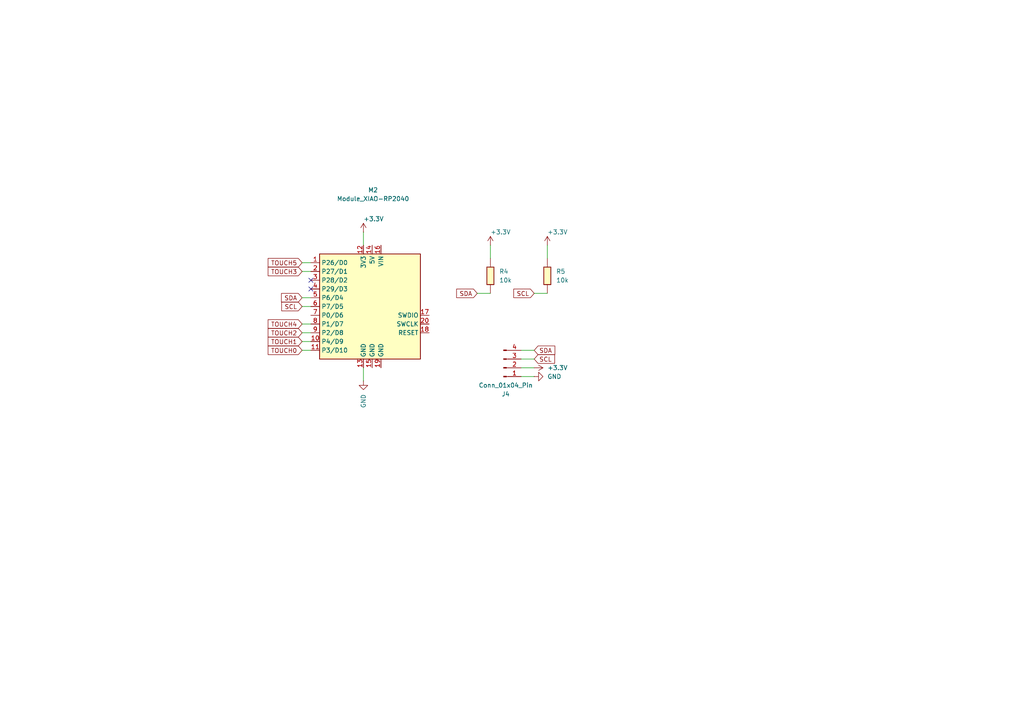
<source format=kicad_sch>
(kicad_sch (version 20250114) (generator "eeschema") (generator_version "9.0")
  (paper "A4")
  (lib_symbols
    (symbol "Connector:Conn_01x04_Pin" (pin_names (offset 1.016) (hide yes))
      (property "Reference" "J" (at 0 5.08 0))
      (property "Value" "Conn_01x04_Pin" (at 0 -7.62 0))
      (symbol "Conn_01x04_Pin_1_1"
        (rectangle (start 0.8636 2.667) (end 0 2.413) (stroke (width 0.1524)) (fill (type outline)))
        (rectangle (start 0.8636 0.127) (end 0 -0.127) (stroke (width 0.1524)) (fill (type outline)))
        (rectangle (start 0.8636 -2.413) (end 0 -2.667) (stroke (width 0.1524)) (fill (type outline)))
        (rectangle (start 0.8636 -4.953) (end 0 -5.207) (stroke (width 0.1524)) (fill (type outline)))
        (polyline (pts (xy 1.27 2.54) (xy 0.8636 2.54)) (stroke (width 0.1524)))
        (polyline (pts (xy 1.27 0) (xy 0.8636 0)) (stroke (width 0.1524)))
        (polyline (pts (xy 1.27 -2.54) (xy 0.8636 -2.54)) (stroke (width 0.1524)))
        (polyline (pts (xy 1.27 -5.08) (xy 0.8636 -5.08)) (stroke (width 0.1524)))
        (pin passive line (at 5.08 2.54 180) (length 3.81) (name "Pin_1") (number "1"))
        (pin passive line (at 5.08 0 180) (length 3.81) (name "Pin_2") (number "2"))
        (pin passive line (at 5.08 -2.54 180) (length 3.81) (name "Pin_3") (number "3"))
        (pin passive line (at 5.08 -5.08 180) (length 3.81) (name "Pin_4") (number "4"))
      )
    )
    (symbol "fab:Module_XIAO-RP2040"
      (property "Reference" "M1" (at 16.51 3.8802 0))
      (property "Value" "Module_XIAO-RP2040" (at 16.51 1.3402 0))
      (symbol "Module_XIAO-RP2040_1_1"
        (rectangle (start -15.24 15.24) (end 13.97 -15.24) (stroke (width 0.254)) (fill (type background)))
        (pin bidirectional line (at -17.78 12.7 0) (length 2.54) (name "P26/D0") (number "1"))
        (pin bidirectional line (at -17.78 10.16 0) (length 2.54) (name "P27/D1") (number "2"))
        (pin bidirectional line (at -17.78 7.62 0) (length 2.54) (name "P28/D2") (number "3"))
        (pin bidirectional line (at -17.78 5.08 0) (length 2.54) (name "P29/D3") (number "4"))
        (pin bidirectional line (at -17.78 2.54 0) (length 2.54) (name "P6/D4") (number "5"))
        (pin bidirectional line (at -17.78 0 0) (length 2.54) (name "P7/D5") (number "6"))
        (pin bidirectional line (at -17.78 -2.54 0) (length 2.54) (name "P0/D6") (number "7"))
        (pin bidirectional line (at -17.78 -5.08 0) (length 2.54) (name "P1/D7") (number "8"))
        (pin bidirectional line (at -17.78 -7.62 0) (length 2.54) (name "P2/D8") (number "9"))
        (pin bidirectional line (at -17.78 -10.16 0) (length 2.54) (name "P4/D9") (number "10"))
        (pin bidirectional line (at -17.78 -12.7 0) (length 2.54) (name "P3/D10") (number "11"))
        (pin power_in line (at -2.54 17.78 270) (length 2.54) (name "3V3") (number "12"))
        (pin power_in line (at -2.54 -17.78 90) (length 2.54) (name "GND") (number "13"))
        (pin power_in line (at 0 17.78 270) (length 2.54) (name "5V") (number "14"))
        (pin power_in line (at 0 -17.78 90) (length 2.54) (name "GND") (number "15"))
        (pin power_in line (at 2.54 17.78 270) (length 2.54) (name "VIN") (number "16"))
        (pin power_in line (at 2.54 -17.78 90) (length 2.54) (name "GND") (number "19"))
        (pin bidirectional line (at 16.51 -2.54 180) (length 2.54) (name "SWDIO") (number "17"))
        (pin input line (at 16.51 -5.08 180) (length 2.54) (name "SWCLK") (number "20"))
        (pin input line (at 16.51 -7.62 180) (length 2.54) (name "RESET") (number "18"))
      )
    )
    (symbol "fab:R_1206" (pin_numbers (hide yes)) (pin_names (offset 0))
      (property "Reference" "R" (at 2.54 0 90))
      (property "Value" "R_1206" (at -2.54 0 90))
      (symbol "R_1206_0_1"
        (rectangle (start -1.016 -2.54) (end 1.016 2.54) (stroke (width 0.254)) (fill (type background)))
      )
      (symbol "R_1206_1_1"
        (pin passive line (at 0 5.08 270) (length 2.54) (name "~") (number "1"))
        (pin passive line (at 0 -5.08 90) (length 2.54) (name "~") (number "2"))
      )
    )
    (symbol "power:+3.3V" (power) (pin_numbers (hide yes)) (pin_names (offset 0) (hide yes))
      (property "Value" "+3.3V" (at 0 3.556 0))
      (symbol "+3.3V_0_1"
        (polyline (pts (xy -0.762 1.27) (xy 0 2.54)))
        (polyline (pts (xy 0 2.54) (xy 0.762 1.27)))
        (polyline (pts (xy 0 0) (xy 0 2.54)))
      )
      (symbol "+3.3V_1_1"
        (pin power_in line (at 0 0 90) (length 0) (name "~") (number "1"))
      )
    )
    (symbol "power:GND" (power) (pin_numbers (hide yes)) (pin_names (offset 0) (hide yes))
      (property "Value" "GND" (at 0 -3.81 0))
      (symbol "GND_0_1"
        (polyline (pts (xy 0 0) (xy 0 -1.27) (xy 1.27 -1.27) (xy 0 -2.54) (xy -1.27 -1.27) (xy 0 -1.27)))
      )
      (symbol "GND_1_1"
        (pin power_in line (at 0 0 270) (length 0) (name "~") (number "1"))
      )
    )
  )
  (no_connect (at 90.17 83.82))
  (no_connect (at 90.17 81.28))
  (wire (pts (xy 154.94 109.22) (xy 151.13 109.22)))
  (wire (pts (xy 154.94 85.09) (xy 158.75 85.09)))
  (wire (pts (xy 87.63 76.2) (xy 90.17 76.2)))
  (wire (pts (xy 105.41 110.49) (xy 105.41 106.68)))
  (wire (pts (xy 87.63 86.36) (xy 90.17 86.36)))
  (wire (pts (xy 158.75 71.12) (xy 158.75 74.93)))
  (wire (pts (xy 87.63 96.52) (xy 90.17 96.52)))
  (wire (pts (xy 87.63 78.74) (xy 90.17 78.74)))
  (wire (pts (xy 87.63 93.98) (xy 90.17 93.98)))
  (wire (pts (xy 138.43 85.09) (xy 142.24 85.09)))
  (wire (pts (xy 154.94 106.68) (xy 151.13 106.68)))
  (wire (pts (xy 87.63 88.9) (xy 90.17 88.9)))
  (wire (pts (xy 154.94 104.14) (xy 151.13 104.14)))
  (wire (pts (xy 87.63 99.06) (xy 90.17 99.06)))
  (wire (pts (xy 142.24 71.12) (xy 142.24 74.93)))
  (wire (pts (xy 154.94 101.6) (xy 151.13 101.6)))
  (wire (pts (xy 105.41 67.31) (xy 105.41 71.12)))
  (wire (pts (xy 87.63 101.6) (xy 90.17 101.6)))
  (global_label "TOUCH1" (shape input) (at 87.63 99.06 180) (property "Intersheetrefs" "${INTERSHEET_REFS}" (effects (hide yes))))
  (global_label "TOUCH2" (shape input) (at 87.63 96.52 180) (property "Intersheetrefs" "${INTERSHEET_REFS}" (effects (hide yes))))
  (global_label "SCL" (shape input) (at 154.94 104.14 0) (property "Intersheetrefs" "${INTERSHEET_REFS}" (effects (hide yes))))
  (global_label "SCL" (shape input) (at 154.94 85.09 180) (property "Intersheetrefs" "${INTERSHEET_REFS}" (effects (hide yes))))
  (global_label "TOUCH4" (shape input) (at 87.63 93.98 180) (property "Intersheetrefs" "${INTERSHEET_REFS}" (effects (hide yes))))
  (global_label "SCL" (shape input) (at 87.63 88.9 180) (property "Intersheetrefs" "${INTERSHEET_REFS}" (effects (hide yes))))
  (global_label "SDA" (shape input) (at 138.43 85.09 180) (property "Intersheetrefs" "${INTERSHEET_REFS}" (effects (hide yes))))
  (global_label "SDA" (shape input) (at 87.63 86.36 180) (property "Intersheetrefs" "${INTERSHEET_REFS}" (effects (hide yes))))
  (global_label "TOUCH3" (shape input) (at 87.63 78.74 180) (property "Intersheetrefs" "${INTERSHEET_REFS}" (effects (hide yes))))
  (global_label "TOUCH0" (shape input) (at 87.63 101.6 180) (property "Intersheetrefs" "${INTERSHEET_REFS}" (effects (hide yes))))
  (global_label "TOUCH5" (shape input) (at 87.63 76.2 180) (property "Intersheetrefs" "${INTERSHEET_REFS}" (effects (hide yes))))
  (global_label "SDA" (shape input) (at 154.94 101.6 0) (property "Intersheetrefs" "${INTERSHEET_REFS}" (effects (hide yes))))
  (symbol (lib_id "fab:R_1206") (at 142.24 80.01 180) (unit 1)
    (property "Reference" "R4" (at 144.78 78.7399 0) (effects (justify right)))
    (property "Value" "10k" (at 144.78 81.2799 0) (effects (justify right)))
    (property "Footprint" "PCM_fab:R_1206" (effects (hide yes)))
    (property "Description" "Resistor" (effects (hide yes)))
  )
  (symbol (lib_id "power:+3.3V") (at 105.41 67.31 0) (unit 1)
    (property "Reference" "#PWR020" (effects (hide yes)))
    (property "Value" "+3.3V" (at 105.41 63.5 0) (effects (justify left)))
    (property "Description" "Power symbol creates a global label with name \"+3.3V\"" (effects (hide yes)))
  )
  (symbol (lib_id "power:+3.3V") (at 142.24 71.12 0) (unit 1)
    (property "Reference" "#PWR018" (effects (hide yes)))
    (property "Value" "+3.3V" (at 142.24 67.31 0) (effects (justify left)))
    (property "Description" "Power symbol creates a global label with name \"+3.3V\"" (effects (hide yes)))
  )
  (symbol (lib_id "power:+3.3V") (at 158.75 71.12 0) (unit 1)
    (property "Reference" "#PWR019" (effects (hide yes)))
    (property "Value" "+3.3V" (at 158.75 67.31 0) (effects (justify left)))
    (property "Description" "Power symbol creates a global label with name \"+3.3V\"" (effects (hide yes)))
  )
  (symbol (lib_id "power:GND") (at 154.94 109.22 90) (unit 1)
    (property "Reference" "#PWR021" (effects (hide yes)))
    (property "Value" "GND" (at 158.75 109.2201 90) (effects (justify right)))
    (property "Description" "Power symbol creates a global label with name \"GND\" , ground" (effects (hide yes)))
  )
  (symbol (lib_id "power:GND") (at 105.41 110.49 0) (unit 1)
    (property "Reference" "#PWR023" (effects (hide yes)))
    (property "Value" "GND" (at 105.4099 114.3 90) (effects (justify right)))
    (property "Description" "Power symbol creates a global label with name \"GND\" , ground" (effects (hide yes)))
  )
  (symbol (lib_id "Connector:Conn_01x04_Pin") (at 146.05 106.68 0) (mirror x) (unit 1)
    (property "Reference" "J4" (at 146.685 114.3 0))
    (property "Value" "Conn_01x04_Pin" (at 146.685 111.76 0))
    (property "Footprint" "footprints:Display_128x64_096_I2C" (effects (hide yes)))
    (property "Description" "Generic connector, single row, 01x04, script generated" (effects (hide yes)))
  )
  (symbol (lib_id "power:+3.3V") (at 154.94 106.68 270) (unit 1)
    (property "Reference" "#PWR017" (effects (hide yes)))
    (property "Value" "+3.3V" (at 158.75 106.68 90) (effects (justify left)))
    (property "Description" "Power symbol creates a global label with name \"+3.3V\"" (effects (hide yes)))
  )
  (symbol (lib_id "fab:R_1206") (at 158.75 80.01 180) (unit 1)
    (property "Reference" "R5" (at 161.29 78.7399 0) (effects (justify right)))
    (property "Value" "10k" (at 161.29 81.2799 0) (effects (justify right)))
    (property "Footprint" "PCM_fab:R_1206" (effects (hide yes)))
    (property "Description" "Resistor" (effects (hide yes)))
  )
  (symbol (lib_id "fab:Module_XIAO-RP2040") (at 107.95 88.9 0) (unit 1)
    (property "Reference" "M2" (at 108.204 55.118 0))
    (property "Value" "Module_XIAO-RP2040" (at 108.204 57.658 0))
    (property "Footprint" "PCM_fab:SeeedStudio_XIAO_RP2040" (effects (hide yes)))
    (property "Datasheet" "https://wiki.seeedstudio.com/XIAO-RP2040/" (effects (hide yes)))
    (property "Description" "RP2040 XIAO RP2040 - ARM® Cortex®-M0+ MCU 32-Bit Embedded Evaluation Board" (effects (hide yes)))
  )
)
</source>
